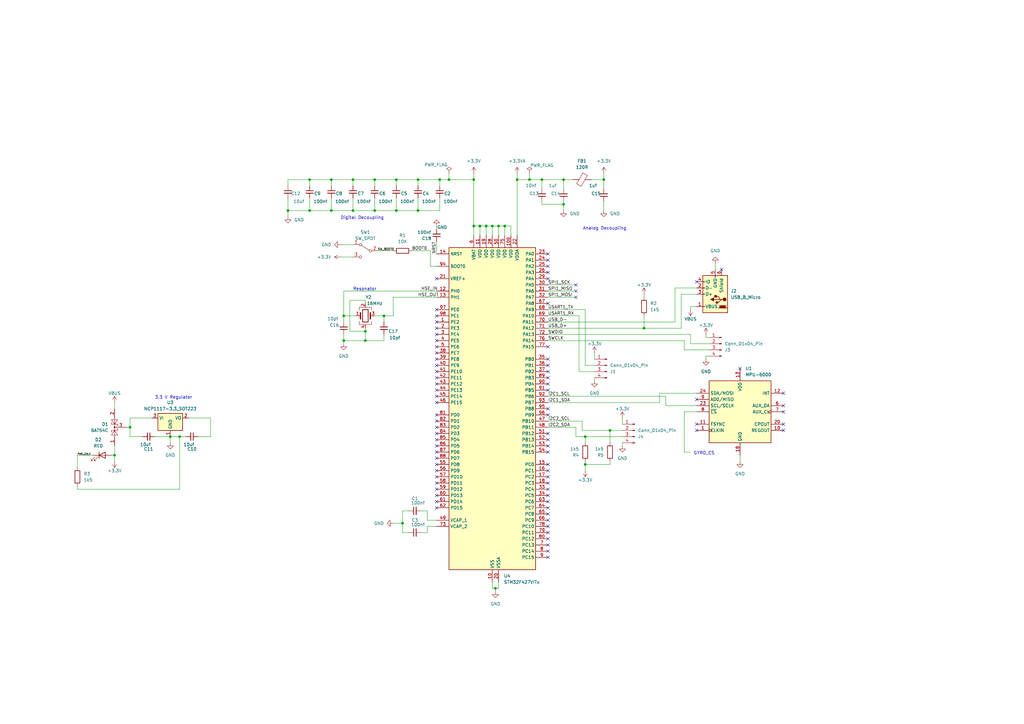
<source format=kicad_sch>
(kicad_sch (version 20231120) (generator "eeschema") (generator_version "8.0")
  (paper "A3")
  (title_block (title "Flight Controller") (date "2024-07-29") (rev "0.1"))
  (lib_symbols
    (symbol "Connector:Conn_01x04_Pin" (pin_names (offset 1.016) hide)
      (property "Reference" "J" (at 0 5.08 0))
      (property "Value" "Conn_01x04_Pin" (at 0 -7.62 0))
      (symbol "Conn_01x04_Pin_1_1"
        (polyline (pts (xy 1.27 -5.08) (xy 0.8636 -5.08)) (stroke (width 0.1524)))
        (polyline (pts (xy 1.27 -2.54) (xy 0.8636 -2.54)) (stroke (width 0.1524)))
        (polyline (pts (xy 1.27 0) (xy 0.8636 0)) (stroke (width 0.1524)))
        (polyline (pts (xy 1.27 2.54) (xy 0.8636 2.54)) (stroke (width 0.1524)))
        (rectangle (start 0.8636 -4.953) (end 0 -5.207) (stroke (width 0.1524)) (fill (type outline)))
        (rectangle (start 0.8636 -2.413) (end 0 -2.667) (stroke (width 0.1524)) (fill (type outline)))
        (rectangle (start 0.8636 0.127) (end 0 -0.127) (stroke (width 0.1524)) (fill (type outline)))
        (rectangle (start 0.8636 2.667) (end 0 2.413) (stroke (width 0.1524)) (fill (type outline)))
        (pin passive line (at 5.08 2.54 180) (length 3.81) (name "Pin_1") (number "1"))
        (pin passive line (at 5.08 0 180) (length 3.81) (name "Pin_2") (number "2"))
        (pin passive line (at 5.08 -2.54 180) (length 3.81) (name "Pin_3") (number "3"))
        (pin passive line (at 5.08 -5.08 180) (length 3.81) (name "Pin_4") (number "4"))
      )
    )
    (symbol "Connector:USB_B_Micro" (pin_names (offset 1.016))
      (property "Reference" "J" (at -5.08 11.43 0))
      (property "Value" "USB_B_Micro" (at -5.08 8.89 0))
      (symbol "USB_B_Micro_0_1"
        (rectangle (start -5.08 -7.62) (end 5.08 7.62) (stroke (width 0.254)) (fill (type background)))
        (circle (center -3.81 2.159) (radius 0.635) (stroke (width 0.254)) (fill (type outline)))
        (circle (center -0.635 3.429) (radius 0.381) (stroke (width 0.254)) (fill (type outline)))
        (rectangle (start -0.127 -7.62) (end 0.127 -6.858))
        (polyline (pts (xy -1.905 2.159) (xy 0.635 2.159)) (stroke (width 0.254)))
        (polyline (pts (xy -3.175 2.159) (xy -2.54 2.159) (xy -1.27 3.429) (xy -0.635 3.429)) (stroke (width 0.254)))
        (polyline (pts (xy -2.54 2.159) (xy -1.905 2.159) (xy -1.27 0.889) (xy 0 0.889)) (stroke (width 0.254)))
        (polyline (pts (xy 0.635 2.794) (xy 0.635 1.524) (xy 1.905 2.159) (xy 0.635 2.794)) (stroke (width 0.254)) (fill (type outline)))
        (polyline (pts (xy -4.318 5.588) (xy -1.778 5.588) (xy -2.032 4.826) (xy -4.064 4.826) (xy -4.318 5.588)) (fill (type outline)))
        (polyline (pts (xy -4.699 5.842) (xy -4.699 5.588) (xy -4.445 4.826) (xy -4.445 4.572) (xy -1.651 4.572) (xy -1.651 4.826) (xy -1.397 5.588) (xy -1.397 5.842) (xy -4.699 5.842)))
        (rectangle (start 0.254 1.27) (end -0.508 0.508) (stroke (width 0.254)) (fill (type outline)))
        (rectangle (start 5.08 -5.207) (end 4.318 -4.953))
        (rectangle (start 5.08 -2.667) (end 4.318 -2.413))
        (rectangle (start 5.08 -0.127) (end 4.318 0.127))
        (rectangle (start 5.08 4.953) (end 4.318 5.207))
      )
      (symbol "USB_B_Micro_1_1"
        (pin power_out line (at 7.62 5.08 180) (length 2.54) (name "VBUS") (number "1"))
        (pin bidirectional line (at 7.62 -2.54 180) (length 2.54) (name "D-") (number "2"))
        (pin bidirectional line (at 7.62 0 180) (length 2.54) (name "D+") (number "3"))
        (pin passive line (at 7.62 -5.08 180) (length 2.54) (name "ID") (number "4"))
        (pin power_out line (at 0 -10.16 90) (length 2.54) (name "GND") (number "5"))
        (pin passive line (at -2.54 -10.16 90) (length 2.54) (name "Shield") (number "6"))
      )
    )
    (symbol "Device:C_Small" (pin_numbers hide) (pin_names (offset 0.254) hide)
      (property "Reference" "C" (at 0.254 1.778 0))
      (property "Value" "C_Small" (at 0.254 -2.032 0))
      (symbol "C_Small_0_1"
        (polyline (pts (xy -1.524 -0.508) (xy 1.524 -0.508)) (stroke (width 0.3302)))
        (polyline (pts (xy -1.524 0.508) (xy 1.524 0.508)) (stroke (width 0.3048)))
      )
      (symbol "C_Small_1_1"
        (pin passive line (at 0 2.54 270) (length 2.032) (name "~") (number "1"))
        (pin passive line (at 0 -2.54 90) (length 2.032) (name "~") (number "2"))
      )
    )
    (symbol "Device:Crystal_GND24" (pin_names (offset 1.016) hide)
      (property "Reference" "Y" (at 3.175 5.08 0))
      (property "Value" "Crystal_GND24" (at 3.175 3.175 0))
      (symbol "Crystal_GND24_0_1"
        (rectangle (start -1.143 2.54) (end 1.143 -2.54) (stroke (width 0.3048)))
        (polyline (pts (xy -2.54 0) (xy -2.032 0)))
        (polyline (pts (xy -2.032 -1.27) (xy -2.032 1.27)) (stroke (width 0.508)))
        (polyline (pts (xy 0 -3.81) (xy 0 -3.556)))
        (polyline (pts (xy 0 3.556) (xy 0 3.81)))
        (polyline (pts (xy 2.032 -1.27) (xy 2.032 1.27)) (stroke (width 0.508)))
        (polyline (pts (xy 2.032 0) (xy 2.54 0)))
        (polyline (pts (xy -2.54 -2.286) (xy -2.54 -3.556) (xy 2.54 -3.556) (xy 2.54 -2.286)))
        (polyline (pts (xy -2.54 2.286) (xy -2.54 3.556) (xy 2.54 3.556) (xy 2.54 2.286)))
      )
      (symbol "Crystal_GND24_1_1"
        (pin passive line (at -3.81 0 0) (length 1.27) (name "1") (number "1"))
        (pin passive line (at 0 5.08 270) (length 1.27) (name "2") (number "2"))
        (pin passive line (at 3.81 0 180) (length 1.27) (name "3") (number "3"))
        (pin passive line (at 0 -5.08 90) (length 1.27) (name "4") (number "4"))
      )
    )
    (symbol "Device:FerriteBead" (pin_numbers hide) (pin_names (offset 0))
      (property "Reference" "FB" (at -3.81 0.635 90))
      (property "Value" "FerriteBead" (at 3.81 0 90))
      (symbol "FerriteBead_0_1"
        (polyline (pts (xy 0 -1.27) (xy 0 -1.2192)))
        (polyline (pts (xy 0 1.27) (xy 0 1.2954)))
        (polyline (pts (xy -2.7686 0.4064) (xy -1.7018 2.2606) (xy 2.7686 -0.3048) (xy 1.6764 -2.159) (xy -2.7686 0.4064)))
      )
      (symbol "FerriteBead_1_1"
        (pin passive line (at 0 3.81 270) (length 2.54) (name "~") (number "1"))
        (pin passive line (at 0 -3.81 90) (length 2.54) (name "~") (number "2"))
      )
    )
    (symbol "Device:LED" (pin_numbers hide) (pin_names (offset 1.016) hide)
      (property "Reference" "D" (at 0 2.54 0))
      (property "Value" "LED" (at 0 -2.54 0))
      (symbol "LED_0_1"
        (polyline (pts (xy -1.27 -1.27) (xy -1.27 1.27)) (stroke (width 0.254)))
        (polyline (pts (xy -1.27 0) (xy 1.27 0)))
        (polyline (pts (xy 1.27 -1.27) (xy 1.27 1.27) (xy -1.27 0) (xy 1.27 -1.27)) (stroke (width 0.254)))
        (polyline (pts (xy -3.048 -0.762) (xy -4.572 -2.286) (xy -3.81 -2.286) (xy -4.572 -2.286) (xy -4.572 -1.524)))
        (polyline (pts (xy -1.778 -0.762) (xy -3.302 -2.286) (xy -2.54 -2.286) (xy -3.302 -2.286) (xy -3.302 -1.524)))
      )
      (symbol "LED_1_1"
        (pin passive line (at -3.81 0 0) (length 2.54) (name "K") (number "1"))
        (pin passive line (at 3.81 0 180) (length 2.54) (name "A") (number "2"))
      )
    )
    (symbol "Device:R" (pin_numbers hide) (pin_names (offset 0))
      (property "Reference" "R" (at 2.032 0 90))
      (property "Value" "R" (at 0 0 90))
      (symbol "R_0_1"
        (rectangle (start -1.016 -2.54) (end 1.016 2.54) (stroke (width 0.254)))
      )
      (symbol "R_1_1"
        (pin passive line (at 0 3.81 270) (length 1.27) (name "~") (number "1"))
        (pin passive line (at 0 -3.81 90) (length 1.27) (name "~") (number "2"))
      )
    )
    (symbol "Diode:BAT54C" (pin_names (offset 1.016))
      (property "Reference" "D" (at 0.635 -3.81 0))
      (property "Value" "BAT54C" (at -6.35 3.175 0))
      (symbol "BAT54C_0_1"
        (polyline (pts (xy -1.905 0) (xy 1.905 0)))
        (polyline (pts (xy -1.905 1.27) (xy -1.905 1.016)))
        (polyline (pts (xy -1.27 -1.27) (xy -0.635 -1.27)))
        (polyline (pts (xy -1.27 0) (xy -3.81 0)))
        (polyline (pts (xy -1.27 1.27) (xy -1.905 1.27)))
        (polyline (pts (xy -1.27 1.27) (xy -1.27 -1.27)))
        (polyline (pts (xy -0.635 -1.27) (xy -0.635 -1.016)))
        (polyline (pts (xy 0.635 -1.27) (xy 0.635 -1.016)))
        (polyline (pts (xy 1.27 -1.27) (xy 0.635 -1.27)))
        (polyline (pts (xy 1.27 1.27) (xy 1.27 -1.27)))
        (polyline (pts (xy 1.27 1.27) (xy 1.905 1.27)))
        (polyline (pts (xy 1.905 1.27) (xy 1.905 1.016)))
        (polyline (pts (xy 3.81 0) (xy 1.27 0)))
        (polyline (pts (xy -3.175 -1.27) (xy -3.175 1.27) (xy -1.27 0) (xy -3.175 -1.27)))
        (polyline (pts (xy 3.175 -1.27) (xy 3.175 1.27) (xy 1.27 0) (xy 3.175 -1.27)))
        (circle (center 0 0) (radius 0.254) (fill (type outline)))
      )
      (symbol "BAT54C_1_1"
        (pin passive line (at -7.62 0 0) (length 3.81) (name "~") (number "1"))
        (pin passive line (at 7.62 0 180) (length 3.81) (name "~") (number "2"))
        (pin passive line (at 0 -5.08 90) (length 5.08) (name "~") (number "3"))
      )
    )
    (symbol "GND_1" (power) (pin_numbers hide) (pin_names (offset 0) hide)
      (property "Value" "GND_1" (at 0 -3.81 0))
      (symbol "GND_1_0_1"
        (polyline (pts (xy 0 0) (xy 0 -1.27) (xy 1.27 -1.27) (xy 0 -2.54) (xy -1.27 -1.27) (xy 0 -1.27)))
      )
      (symbol "GND_1_1_1"
        (pin power_in line (at 0 0 270) (length 0) hide (name "GND") (number "1"))
      )
    )
    (symbol "GND_2" (power) (pin_numbers hide) (pin_names (offset 0) hide)
      (property "Value" "GND_2" (at 0 -3.81 0))
      (symbol "GND_2_0_1"
        (polyline (pts (xy 0 0) (xy 0 -1.27) (xy 1.27 -1.27) (xy 0 -2.54) (xy -1.27 -1.27) (xy 0 -1.27)))
      )
      (symbol "GND_2_1_1"
        (pin power_in line (at 0 0 270) (length 0) hide (name "GND") (number "1"))
      )
    )
    (symbol "GND_3" (power) (pin_numbers hide) (pin_names (offset 0) hide)
      (property "Value" "GND_3" (at 0 -3.81 0))
      (symbol "GND_3_0_1"
        (polyline (pts (xy 0 0) (xy 0 -1.27) (xy 1.27 -1.27) (xy 0 -2.54) (xy -1.27 -1.27) (xy 0 -1.27)))
      )
      (symbol "GND_3_1_1"
        (pin power_in line (at 0 0 270) (length 0) hide (name "GND") (number "1"))
      )
    )
    (symbol "GND_4" (power) (pin_numbers hide) (pin_names (offset 0) hide)
      (property "Value" "GND_4" (at 0 -3.81 0))
      (symbol "GND_4_0_1"
        (polyline (pts (xy 0 0) (xy 0 -1.27) (xy 1.27 -1.27) (xy 0 -2.54) (xy -1.27 -1.27) (xy 0 -1.27)))
      )
      (symbol "GND_4_1_1"
        (pin power_in line (at 0 0 270) (length 0) hide (name "GND") (number "1"))
      )
    )
    (symbol "GND_5" (power) (pin_numbers hide) (pin_names (offset 0) hide)
      (property "Value" "GND_5" (at 0 -3.81 0))
      (symbol "GND_5_0_1"
        (polyline (pts (xy 0 0) (xy 0 -1.27) (xy 1.27 -1.27) (xy 0 -2.54) (xy -1.27 -1.27) (xy 0 -1.27)))
      )
      (symbol "GND_5_1_1"
        (pin power_in line (at 0 0 270) (length 0) hide (name "GND") (number "1"))
      )
    )
    (symbol "GND_6" (power) (pin_numbers hide) (pin_names (offset 0) hide)
      (property "Value" "GND_6" (at 0 -3.81 0))
      (symbol "GND_6_0_1"
        (polyline (pts (xy 0 0) (xy 0 -1.27) (xy 1.27 -1.27) (xy 0 -2.54) (xy -1.27 -1.27) (xy 0 -1.27)))
      )
      (symbol "GND_6_1_1"
        (pin power_in line (at 0 0 270) (length 0) hide (name "GND") (number "1"))
      )
    )
    (symbol "MCU_ST_STM32F4:STM32F427VITx"
      (property "Reference" "U" (at -17.78 67.31 0))
      (property "Value" "STM32F427VITx" (at 12.7 67.31 0))
      (symbol "STM32F427VITx_0_1"
        (rectangle (start -17.78 -66.04) (end 17.78 66.04) (stroke (width 0.254)) (fill (type background)))
      )
      (symbol "STM32F427VITx_1_1"
        (pin bidirectional line (at -22.86 35.56 0) (length 5.08) (name "PE2") (number "1"))
        (pin power_in line (at 0 -71.12 90) (length 5.08) (name "VSS") (number "10"))
        (pin power_in line (at 7.62 71.12 270) (length 5.08) (name "VDD") (number "100"))
        (pin power_in line (at -5.08 71.12 270) (length 5.08) (name "VDD") (number "11"))
        (pin bidirectional line (at -22.86 48.26 0) (length 5.08) (name "PH0") (number "12"))
        (pin bidirectional line (at -22.86 45.72 0) (length 5.08) (name "PH1") (number "13"))
        (pin input line (at -22.86 63.5 0) (length 5.08) (name "NRST") (number "14"))
        (pin bidirectional line (at 22.86 -22.86 180) (length 5.08) (name "PC0") (number "15"))
        (pin bidirectional line (at 22.86 -25.4 180) (length 5.08) (name "PC1") (number "16"))
        (pin bidirectional line (at 22.86 -27.94 180) (length 5.08) (name "PC2") (number "17"))
        (pin bidirectional line (at 22.86 -30.48 180) (length 5.08) (name "PC3") (number "18"))
        (pin power_in line (at -2.54 71.12 270) (length 5.08) (name "VDD") (number "19"))
        (pin bidirectional line (at -22.86 33.02 0) (length 5.08) (name "PE3") (number "2"))
        (pin power_in line (at 2.54 -71.12 90) (length 5.08) (name "VSSA") (number "20"))
        (pin input line (at -22.86 53.34 0) (length 5.08) (name "VREF+") (number "21"))
        (pin power_in line (at 10.16 71.12 270) (length 5.08) (name "VDDA") (number "22"))
        (pin bidirectional line (at 22.86 63.5 180) (length 5.08) (name "PA0") (number "23"))
        (pin bidirectional line (at 22.86 60.96 180) (length 5.08) (name "PA1") (number "24"))
        (pin bidirectional line (at 22.86 58.42 180) (length 5.08) (name "PA2") (number "25"))
        (pin bidirectional line (at 22.86 55.88 180) (length 5.08) (name "PA3") (number "26"))
        (pin passive line (at 0 -71.12 90) (length 5.08) hide (name "VSS") (number "27"))
        (pin power_in line (at 0 71.12 270) (length 5.08) (name "VDD") (number "28"))
        (pin bidirectional line (at 22.86 53.34 180) (length 5.08) (name "PA4") (number "29"))
        (pin bidirectional line (at -22.86 30.48 0) (length 5.08) (name "PE4") (number "3"))
        (pin bidirectional line (at 22.86 50.8 180) (length 5.08) (name "PA5") (number "30"))
        (pin bidirectional line (at 22.86 48.26 180) (length 5.08) (name "PA6") (number "31"))
        (pin bidirectional line (at 22.86 45.72 180) (length 5.08) (name "PA7") (number "32"))
        (pin bidirectional line (at 22.86 -33.02 180) (length 5.08) (name "PC4") (number "33"))
        (pin bidirectional line (at 22.86 -35.56 180) (length 5.08) (name "PC5") (number "34"))
        (pin bidirectional line (at 22.86 20.32 180) (length 5.08) (name "PB0") (number "35"))
        (pin bidirectional line (at 22.86 17.78 180) (length 5.08) (name "PB1") (number "36"))
        (pin bidirectional line (at 22.86 15.24 180) (length 5.08) (name "PB2") (number "37"))
        (pin bidirectional line (at -22.86 22.86 0) (length 5.08) (name "PE7") (number "38"))
        (pin bidirectional line (at -22.86 20.32 0) (length 5.08) (name "PE8") (number "39"))
        (pin bidirectional line (at -22.86 27.94 0) (length 5.08) (name "PE5") (number "4"))
        (pin bidirectional line (at -22.86 17.78 0) (length 5.08) (name "PE9") (number "40"))
        (pin bidirectional line (at -22.86 15.24 0) (length 5.08) (name "PE10") (number "41"))
        (pin bidirectional line (at -22.86 12.7 0) (length 5.08) (name "PE11") (number "42"))
        (pin bidirectional line (at -22.86 10.16 0) (length 5.08) (name "PE12") (number "43"))
        (pin bidirectional line (at -22.86 7.62 0) (length 5.08) (name "PE13") (number "44"))
        (pin bidirectional line (at -22.86 5.08 0) (length 5.08) (name "PE14") (number "45"))
        (pin bidirectional line (at -22.86 2.54 0) (length 5.08) (name "PE15") (number "46"))
        (pin bidirectional line (at 22.86 -5.08 180) (length 5.08) (name "PB10") (number "47"))
        (pin bidirectional line (at 22.86 -7.62 180) (length 5.08) (name "PB11") (number "48"))
        (pin power_out line (at -22.86 -45.72 0) (length 5.08) (name "VCAP_1") (number "49"))
        (pin bidirectional line (at -22.86 25.4 0) (length 5.08) (name "PE6") (number "5"))
        (pin power_in line (at 2.54 71.12 270) (length 5.08) (name "VDD") (number "50"))
        (pin bidirectional line (at 22.86 -10.16 180) (length 5.08) (name "PB12") (number "51"))
        (pin bidirectional line (at 22.86 -12.7 180) (length 5.08) (name "PB13") (number "52"))
        (pin bidirectional line (at 22.86 -15.24 180) (length 5.08) (name "PB14") (number "53"))
        (pin bidirectional line (at 22.86 -17.78 180) (length 5.08) (name "PB15") (number "54"))
        (pin bidirectional line (at -22.86 -22.86 0) (length 5.08) (name "PD8") (number "55"))
        (pin bidirectional line (at -22.86 -25.4 0) (length 5.08) (name "PD9") (number "56"))
        (pin bidirectional line (at -22.86 -27.94 0) (length 5.08) (name "PD10") (number "57"))
        (pin bidirectional line (at -22.86 -30.48 0) (length 5.08) (name "PD11") (number "58"))
        (pin bidirectional line (at -22.86 -33.02 0) (length 5.08) (name "PD12") (number "59"))
        (pin power_in line (at -7.62 71.12 270) (length 5.08) (name "VBAT") (number "6"))
        (pin bidirectional line (at -22.86 -35.56 0) (length 5.08) (name "PD13") (number "60"))
        (pin bidirectional line (at -22.86 -38.1 0) (length 5.08) (name "PD14") (number "61"))
        (pin bidirectional line (at -22.86 -40.64 0) (length 5.08) (name "PD15") (number "62"))
        (pin bidirectional line (at 22.86 -38.1 180) (length 5.08) (name "PC6") (number "63"))
        (pin bidirectional line (at 22.86 -40.64 180) (length 5.08) (name "PC7") (number "64"))
        (pin bidirectional line (at 22.86 -43.18 180) (length 5.08) (name "PC8") (number "65"))
        (pin bidirectional line (at 22.86 -45.72 180) (length 5.08) (name "PC9") (number "66"))
        (pin bidirectional line (at 22.86 43.18 180) (length 5.08) (name "PA8") (number "67"))
        (pin bidirectional line (at 22.86 40.64 180) (length 5.08) (name "PA9") (number "68"))
        (pin bidirectional line (at 22.86 38.1 180) (length 5.08) (name "PA10") (number "69"))
        (pin bidirectional line (at 22.86 -55.88 180) (length 5.08) (name "PC13") (number "7"))
        (pin bidirectional line (at 22.86 35.56 180) (length 5.08) (name "PA11") (number "70"))
        (pin bidirectional line (at 22.86 33.02 180) (length 5.08) (name "PA12") (number "71"))
        (pin bidirectional line (at 22.86 30.48 180) (length 5.08) (name "PA13") (number "72"))
        (pin power_out line (at -22.86 -48.26 0) (length 5.08) (name "VCAP_2") (number "73"))
        (pin passive line (at 0 -71.12 90) (length 5.08) hide (name "VSS") (number "74"))
        (pin power_in line (at 5.08 71.12 270) (length 5.08) (name "VDD") (number "75"))
        (pin bidirectional line (at 22.86 27.94 180) (length 5.08) (name "PA14") (number "76"))
        (pin bidirectional line (at 22.86 25.4 180) (length 5.08) (name "PA15") (number "77"))
        (pin bidirectional line (at 22.86 -48.26 180) (length 5.08) (name "PC10") (number "78"))
        (pin bidirectional line (at 22.86 -50.8 180) (length 5.08) (name "PC11") (number "79"))
        (pin bidirectional line (at 22.86 -58.42 180) (length 5.08) (name "PC14") (number "8"))
        (pin bidirectional line (at 22.86 -53.34 180) (length 5.08) (name "PC12") (number "80"))
        (pin bidirectional line (at -22.86 -2.54 0) (length 5.08) (name "PD0") (number "81"))
        (pin bidirectional line (at -22.86 -5.08 0) (length 5.08) (name "PD1") (number "82"))
        (pin bidirectional line (at -22.86 -7.62 0) (length 5.08) (name "PD2") (number "83"))
        (pin bidirectional line (at -22.86 -10.16 0) (length 5.08) (name "PD3") (number "84"))
        (pin bidirectional line (at -22.86 -12.7 0) (length 5.08) (name "PD4") (number "85"))
        (pin bidirectional line (at -22.86 -15.24 0) (length 5.08) (name "PD5") (number "86"))
        (pin bidirectional line (at -22.86 -17.78 0) (length 5.08) (name "PD6") (number "87"))
        (pin bidirectional line (at -22.86 -20.32 0) (length 5.08) (name "PD7") (number "88"))
        (pin bidirectional line (at 22.86 12.7 180) (length 5.08) (name "PB3") (number "89"))
        (pin bidirectional line (at 22.86 -60.96 180) (length 5.08) (name "PC15") (number "9"))
        (pin bidirectional line (at 22.86 10.16 180) (length 5.08) (name "PB4") (number "90"))
        (pin bidirectional line (at 22.86 7.62 180) (length 5.08) (name "PB5") (number "91"))
        (pin bidirectional line (at 22.86 5.08 180) (length 5.08) (name "PB6") (number "92"))
        (pin bidirectional line (at 22.86 2.54 180) (length 5.08) (name "PB7") (number "93"))
        (pin input line (at -22.86 58.42 0) (length 5.08) (name "BOOT0") (number "94"))
        (pin bidirectional line (at 22.86 0 180) (length 5.08) (name "PB8") (number "95"))
        (pin bidirectional line (at 22.86 -2.54 180) (length 5.08) (name "PB9") (number "96"))
        (pin bidirectional line (at -22.86 40.64 0) (length 5.08) (name "PE0") (number "97"))
        (pin bidirectional line (at -22.86 38.1 0) (length 5.08) (name "PE1") (number "98"))
        (pin passive line (at 0 -71.12 90) (length 5.08) hide (name "VSS") (number "99"))
      )
    )
    (symbol "Regulator_Linear:NCP1117-3.3_SOT223"
      (property "Reference" "U" (at -3.81 3.175 0))
      (property "Value" "NCP1117-3.3_SOT223" (at 0 3.175 0))
      (symbol "NCP1117-3.3_SOT223_0_1"
        (rectangle (start -5.08 -5.08) (end 5.08 1.905) (stroke (width 0.254)) (fill (type background)))
      )
      (symbol "NCP1117-3.3_SOT223_1_1"
        (pin power_in line (at 0 -7.62 90) (length 2.54) (name "GND") (number "1"))
        (pin power_out line (at 7.62 0 180) (length 2.54) (name "VO") (number "2"))
        (pin power_in line (at -7.62 0 0) (length 2.54) (name "VI") (number "3"))
      )
    )
    (symbol "Sensor_Motion:MPU-6000"
      (property "Reference" "U" (at -11.43 13.97 0))
      (property "Value" "MPU-6000" (at 7.62 -13.97 0))
      (symbol "MPU-6000_0_1"
        (rectangle (start -12.7 12.7) (end 12.7 -12.7) (stroke (width 0.254)) (fill (type background)))
      )
      (symbol "MPU-6000_1_1"
        (pin input clock (at -17.78 -7.62 0) (length 5.08) (name "CLKIN") (number "1"))
        (pin passive line (at 17.78 -7.62 180) (length 5.08) (name "REGOUT") (number "10"))
        (pin input line (at -17.78 -5.08 0) (length 5.08) (name "FSYNC") (number "11"))
        (pin output line (at 17.78 7.62 180) (length 5.08) (name "INT") (number "12"))
        (pin power_in line (at 0 17.78 270) (length 5.08) (name "VDD") (number "13"))
        (pin power_in line (at 0 -17.78 90) (length 5.08) (name "GND") (number "18"))
        (pin passive line (at 17.78 -5.08 180) (length 5.08) (name "CPOUT") (number "20"))
        (pin input line (at -17.78 2.54 0) (length 5.08) (name "SCL/SCLK") (number "23"))
        (pin bidirectional line (at -17.78 7.62 0) (length 5.08) (name "SDA/MOSI") (number "24"))
        (pin bidirectional line (at 17.78 2.54 180) (length 5.08) (name "AUX_DA") (number "6"))
        (pin output clock (at 17.78 0 180) (length 5.08) (name "AUX_CL") (number "7"))
        (pin input line (at -17.78 0 0) (length 5.08) (name "~{CS}") (number "8"))
        (pin bidirectional line (at -17.78 5.08 0) (length 5.08) (name "AD0/MISO") (number "9"))
      )
    )
    (symbol "Switch:SW_SPDT" (pin_names (offset 0) hide)
      (property "Reference" "SW" (at 0 4.318 0))
      (property "Value" "SW_SPDT" (at 0 -5.08 0))
      (symbol "SW_SPDT_0_0"
        (circle (center -2.032 0) (radius 0.508))
        (circle (center 2.032 -2.54) (radius 0.508))
      )
      (symbol "SW_SPDT_0_1"
        (polyline (pts (xy -1.524 0.254) (xy 1.651 2.286)))
        (circle (center 2.032 2.54) (radius 0.508))
      )
      (symbol "SW_SPDT_1_1"
        (pin passive line (at 5.08 2.54 180) (length 2.54) (name "A") (number "1"))
        (pin passive line (at -5.08 0 0) (length 2.54) (name "B") (number "2"))
        (pin passive line (at 5.08 -2.54 180) (length 2.54) (name "C") (number "3"))
      )
    )
    (symbol "power:+3.3V" (power) (pin_numbers hide) (pin_names (offset 0) hide)
      (property "Value" "+3.3V" (at 0 3.556 0))
      (symbol "+3.3V_0_1"
        (polyline (pts (xy -0.762 1.27) (xy 0 2.54)))
        (polyline (pts (xy 0 0) (xy 0 2.54)))
        (polyline (pts (xy 0 2.54) (xy 0.762 1.27)))
      )
      (symbol "+3.3V_1_1"
        (pin power_in line (at 0 0 90) (length 0) hide (name "+3.3V") (number "1"))
      )
    )
    (symbol "power:+3.3VA" (power) (pin_numbers hide) (pin_names (offset 0) hide)
      (property "Value" "+3.3VA" (at 0 3.556 0))
      (symbol "+3.3VA_0_1"
        (polyline (pts (xy -0.762 1.27) (xy 0 2.54)))
        (polyline (pts (xy 0 0) (xy 0 2.54)))
        (polyline (pts (xy 0 2.54) (xy 0.762 1.27)))
      )
      (symbol "+3.3VA_1_1"
        (pin power_in line (at 0 0 90) (length 0) hide (name "+3.3VA") (number "1"))
      )
    )
    (symbol "power:GND" (power) (pin_numbers hide) (pin_names (offset 0) hide)
      (property "Value" "GND" (at 0 -3.81 0))
      (symbol "GND_0_1"
        (polyline (pts (xy 0 0) (xy 0 -1.27) (xy 1.27 -1.27) (xy 0 -2.54) (xy -1.27 -1.27) (xy 0 -1.27)))
      )
      (symbol "GND_1_1"
        (pin power_in line (at 0 0 270) (length 0) hide (name "GND") (number "1"))
      )
    )
    (symbol "power:PWR_FLAG" (power) (pin_numbers hide) (pin_names (offset 0) hide)
      (property "Value" "PWR_FLAG" (at 0 3.81 0))
      (symbol "PWR_FLAG_0_0"
        (pin power_out line (at 0 0 90) (length 0) (name "~") (number "1"))
      )
      (symbol "PWR_FLAG_0_1"
        (polyline (pts (xy 0 0) (xy 0 1.27) (xy -1.016 1.905) (xy 0 2.54) (xy 1.016 1.905) (xy 0 1.27)))
      )
    )
    (symbol "power:VBUS" (power) (pin_numbers hide) (pin_names (offset 0) hide)
      (property "Value" "VBUS" (at 0 3.81 0))
      (symbol "VBUS_0_1"
        (polyline (pts (xy -0.762 1.27) (xy 0 2.54)))
        (polyline (pts (xy 0 0) (xy 0 2.54)))
        (polyline (pts (xy 0 2.54) (xy 0.762 1.27)))
      )
      (symbol "VBUS_1_1"
        (pin power_in line (at 0 0 90) (length 0) hide (name "VBUS") (number "1"))
      )
    )
  )
  (junction (at 162.56 86.36))
  (junction (at 140.97 139.7))
  (junction (at 118.11 86.36))
  (junction (at 264.16 134.62))
  (junction (at 196.85 92.71))
  (junction (at 171.45 73.66))
  (junction (at 180.34 73.66))
  (junction (at 73.66 179.07))
  (junction (at 157.48 129.54))
  (junction (at 212.09 73.66))
  (junction (at 203.2 241.3))
  (junction (at 53.34 175.26))
  (junction (at 144.78 73.66))
  (junction (at 149.86 135.89))
  (junction (at 127 73.66))
  (junction (at 222.25 73.66))
  (junction (at 217.17 73.66))
  (junction (at 140.97 129.54))
  (junction (at 165.1 214.63))
  (junction (at 46.99 186.69))
  (junction (at 199.39 92.71))
  (junction (at 127 86.36))
  (junction (at 153.67 86.36))
  (junction (at 240.03 190.5))
  (junction (at 171.45 86.36))
  (junction (at 204.47 92.71))
  (junction (at 240.03 179.07))
  (junction (at 207.01 92.71))
  (junction (at 184.15 73.66))
  (junction (at 135.89 86.36))
  (junction (at 247.65 73.66))
  (junction (at 201.93 92.71))
  (junction (at 162.56 73.66))
  (junction (at 144.78 86.36))
  (junction (at 149.86 139.7))
  (junction (at 250.19 176.53))
  (junction (at 135.89 73.66))
  (junction (at 69.85 179.07))
  (junction (at 194.31 92.71))
  (junction (at 153.67 73.66))
  (junction (at 231.14 83.82))
  (junction (at 231.14 73.66))
  (junction (at 194.31 73.66))
  (no_connect (at 224.79 152.4))
  (no_connect (at 303.53 151.13))
  (no_connect (at 321.31 161.29))
  (no_connect (at 179.07 160.02))
  (no_connect (at 224.79 205.74))
  (no_connect (at 224.79 104.14))
  (no_connect (at 179.07 195.58))
  (no_connect (at 285.75 163.83))
  (no_connect (at 285.75 115.57))
  (no_connect (at 224.79 170.18))
  (no_connect (at 224.79 226.06))
  (no_connect (at 179.07 157.48))
  (no_connect (at 224.79 185.42))
  (no_connect (at 224.79 228.6))
  (no_connect (at 179.07 144.78))
  (no_connect (at 224.79 177.8))
  (no_connect (at 179.07 198.12))
  (no_connect (at 224.79 180.34))
  (no_connect (at 224.79 114.3))
  (no_connect (at 236.22 121.92))
  (no_connect (at 179.07 134.62))
  (no_connect (at 224.79 182.88))
  (no_connect (at 224.79 220.98))
  (no_connect (at 179.07 170.18))
  (no_connect (at 179.07 165.1))
  (no_connect (at 179.07 177.8))
  (no_connect (at 224.79 109.22))
  (no_connect (at 224.79 210.82))
  (no_connect (at 236.22 116.84))
  (no_connect (at 179.07 149.86))
  (no_connect (at 295.91 110.49))
  (no_connect (at 179.07 190.5))
  (no_connect (at 236.22 119.38))
  (no_connect (at 224.79 215.9))
  (no_connect (at 179.07 182.88))
  (no_connect (at 224.79 198.12))
  (no_connect (at 179.07 193.04))
  (no_connect (at 179.07 154.94))
  (no_connect (at 179.07 129.54))
  (no_connect (at 285.75 173.99))
  (no_connect (at 224.79 193.04))
  (no_connect (at 224.79 160.02))
  (no_connect (at 224.79 195.58))
  (no_connect (at 224.79 147.32))
  (no_connect (at 224.79 218.44))
  (no_connect (at 179.07 175.26))
  (no_connect (at 179.07 132.08))
  (no_connect (at 321.31 176.53))
  (no_connect (at 179.07 152.4))
  (no_connect (at 224.79 167.64))
  (no_connect (at 179.07 200.66))
  (no_connect (at 321.31 166.37))
  (no_connect (at 224.79 157.48))
  (no_connect (at 179.07 187.96))
  (no_connect (at 224.79 208.28))
  (no_connect (at 224.79 124.46))
  (no_connect (at 224.79 142.24))
  (no_connect (at 179.07 127))
  (no_connect (at 179.07 147.32))
  (no_connect (at 224.79 223.52))
  (no_connect (at 179.07 205.74))
  (no_connect (at 321.31 173.99))
  (no_connect (at 179.07 185.42))
  (no_connect (at 179.07 203.2))
  (no_connect (at 179.07 208.28))
  (no_connect (at 179.07 137.16))
  (no_connect (at 224.79 203.2))
  (no_connect (at 224.79 213.36))
  (no_connect (at 224.79 200.66))
  (no_connect (at 224.79 149.86))
  (no_connect (at 321.31 168.91))
  (no_connect (at 179.07 139.7))
  (no_connect (at 179.07 114.3))
  (no_connect (at 224.79 154.94))
  (no_connect (at 179.07 162.56))
  (no_connect (at 179.07 172.72))
  (no_connect (at 179.07 142.24))
  (no_connect (at 285.75 176.53))
  (no_connect (at 179.07 180.34))
  (no_connect (at 224.79 106.68))
  (no_connect (at 224.79 111.76))
  (no_connect (at 224.79 190.5))
  (wire (pts (xy 224.79 134.62) (xy 264.16 134.62)))
  (wire (pts (xy 53.34 179.07) (xy 53.34 175.26)))
  (wire (pts (xy 231.14 83.82) (xy 231.14 86.36)))
  (wire (pts (xy 140.97 129.54) (xy 146.05 129.54)))
  (wire (pts (xy 73.66 179.07) (xy 76.2 179.07)))
  (wire (pts (xy 180.34 81.28) (xy 180.34 86.36)))
  (wire (pts (xy 207.01 92.71) (xy 204.47 92.71)))
  (wire (pts (xy 212.09 73.66) (xy 217.17 73.66)))
  (wire (pts (xy 224.79 121.92) (xy 236.22 121.92)))
  (wire (pts (xy 46.99 182.88) (xy 46.99 186.69)))
  (wire (pts (xy 237.49 152.4) (xy 243.84 152.4)))
  (wire (pts (xy 179.07 109.22) (xy 176.53 109.22)))
  (wire (pts (xy 201.93 241.3) (xy 203.2 241.3)))
  (wire (pts (xy 255.27 181.61) (xy 255.27 182.88)))
  (wire (pts (xy 243.84 154.94) (xy 243.84 156.21)))
  (wire (pts (xy 171.45 76.2) (xy 171.45 73.66)))
  (wire (pts (xy 31.75 200.66) (xy 73.66 200.66)))
  (wire (pts (xy 176.53 109.22) (xy 176.53 102.87)))
  (wire (pts (xy 236.22 179.07) (xy 240.03 179.07)))
  (wire (pts (xy 240.03 127) (xy 240.03 149.86)))
  (wire (pts (xy 204.47 92.71) (xy 204.47 96.52)))
  (wire (pts (xy 224.79 132.08) (xy 276.86 132.08)))
  (wire (pts (xy 157.48 129.54) (xy 157.48 132.08)))
  (wire (pts (xy 276.86 118.11) (xy 276.86 132.08)))
  (wire (pts (xy 194.31 71.12) (xy 194.31 73.66)))
  (wire (pts (xy 303.53 189.23) (xy 303.53 186.69)))
  (wire (pts (xy 240.03 179.07) (xy 240.03 181.61)))
  (wire (pts (xy 270.51 161.29) (xy 285.75 161.29)))
  (wire (pts (xy 285.75 168.91) (xy 280.67 168.91)))
  (wire (pts (xy 46.99 165.1) (xy 46.99 167.64)))
  (wire (pts (xy 224.79 162.56) (xy 273.05 162.56)))
  (wire (pts (xy 240.03 179.07) (xy 255.27 179.07)))
  (wire (pts (xy 153.67 73.66) (xy 144.78 73.66)))
  (wire (pts (xy 86.36 171.45) (xy 86.36 179.07)))
  (wire (pts (xy 31.75 200.66) (xy 31.75 199.39)))
  (wire (pts (xy 149.86 135.89) (xy 149.86 139.7)))
  (wire (pts (xy 143.51 123.19) (xy 143.51 135.89)))
  (wire (pts (xy 199.39 92.71) (xy 196.85 92.71)))
  (wire (pts (xy 127 73.66) (xy 118.11 73.66)))
  (wire (pts (xy 180.34 73.66) (xy 171.45 73.66)))
  (wire (pts (xy 199.39 92.71) (xy 199.39 96.52)))
  (wire (pts (xy 167.64 209.55) (xy 165.1 209.55)))
  (wire (pts (xy 161.29 129.54) (xy 161.29 121.92)))
  (wire (pts (xy 264.16 134.62) (xy 279.4 134.62)))
  (wire (pts (xy 127 81.28) (xy 127 86.36)))
  (wire (pts (xy 289.56 147.32) (xy 289.56 146.05)))
  (wire (pts (xy 201.93 92.71) (xy 199.39 92.71)))
  (wire (pts (xy 240.03 190.5) (xy 250.19 190.5)))
  (wire (pts (xy 175.26 213.36) (xy 175.26 209.55)))
  (wire (pts (xy 53.34 171.45) (xy 62.23 171.45)))
  (wire (pts (xy 280.67 168.91) (xy 280.67 185.42)))
  (wire (pts (xy 289.56 137.16) (xy 289.56 138.43)))
  (wire (pts (xy 153.67 129.54) (xy 157.48 129.54)))
  (wire (pts (xy 231.14 73.66) (xy 222.25 73.66)))
  (wire (pts (xy 196.85 92.71) (xy 196.85 96.52)))
  (wire (pts (xy 247.65 71.12) (xy 247.65 73.66)))
  (wire (pts (xy 184.15 71.12) (xy 184.15 73.66)))
  (wire (pts (xy 240.03 149.86) (xy 243.84 149.86)))
  (wire (pts (xy 53.34 175.26) (xy 53.34 171.45)))
  (wire (pts (xy 283.21 140.97) (xy 290.83 140.97)))
  (wire (pts (xy 276.86 118.11) (xy 285.75 118.11)))
  (wire (pts (xy 204.47 241.3) (xy 204.47 238.76)))
  (wire (pts (xy 224.79 119.38) (xy 236.22 119.38)))
  (wire (pts (xy 144.78 86.36) (xy 153.67 86.36)))
  (wire (pts (xy 162.56 86.36) (xy 171.45 86.36)))
  (wire (pts (xy 175.26 215.9) (xy 175.26 218.44)))
  (wire (pts (xy 289.56 138.43) (xy 290.83 138.43)))
  (wire (pts (xy 46.99 186.69) (xy 46.99 189.23)))
  (wire (pts (xy 73.66 200.66) (xy 73.66 179.07)))
  (wire (pts (xy 237.49 129.54) (xy 237.49 152.4)))
  (wire (pts (xy 204.47 92.71) (xy 201.93 92.71)))
  (wire (pts (xy 171.45 86.36) (xy 180.34 86.36)))
  (wire (pts (xy 201.93 92.71) (xy 201.93 96.52)))
  (wire (pts (xy 53.34 179.07) (xy 58.42 179.07)))
  (wire (pts (xy 162.56 86.36) (xy 162.56 81.28)))
  (wire (pts (xy 135.89 86.36) (xy 144.78 86.36)))
  (wire (pts (xy 209.55 92.71) (xy 207.01 92.71)))
  (wire (pts (xy 285.75 125.73) (xy 283.21 125.73)))
  (wire (pts (xy 154.94 102.87) (xy 161.29 102.87)))
  (wire (pts (xy 264.16 120.65) (xy 264.16 121.92)))
  (wire (pts (xy 161.29 214.63) (xy 165.1 214.63)))
  (wire (pts (xy 212.09 71.12) (xy 212.09 73.66)))
  (wire (pts (xy 279.4 120.65) (xy 279.4 134.62)))
  (wire (pts (xy 224.79 137.16) (xy 283.21 137.16)))
  (wire (pts (xy 86.36 171.45) (xy 77.47 171.45)))
  (wire (pts (xy 176.53 102.87) (xy 168.91 102.87)))
  (wire (pts (xy 224.79 172.72) (xy 238.76 172.72)))
  (wire (pts (xy 135.89 76.2) (xy 135.89 73.66)))
  (wire (pts (xy 140.97 129.54) (xy 140.97 119.38)))
  (wire (pts (xy 255.27 171.45) (xy 255.27 173.99)))
  (wire (pts (xy 140.97 132.08) (xy 140.97 129.54)))
  (wire (pts (xy 135.89 73.66) (xy 127 73.66)))
  (wire (pts (xy 149.86 124.46) (xy 149.86 123.19)))
  (wire (pts (xy 171.45 73.66) (xy 162.56 73.66)))
  (wire (pts (xy 289.56 146.05) (xy 290.83 146.05)))
  (wire (pts (xy 153.67 86.36) (xy 153.67 81.28)))
  (wire (pts (xy 179.07 99.06) (xy 179.07 104.14)))
  (wire (pts (xy 118.11 81.28) (xy 118.11 86.36)))
  (wire (pts (xy 203.2 241.3) (xy 204.47 241.3)))
  (wire (pts (xy 140.97 139.7) (xy 140.97 140.97)))
  (wire (pts (xy 280.67 143.51) (xy 290.83 143.51)))
  (wire (pts (xy 250.19 190.5) (xy 250.19 189.23)))
  (wire (pts (xy 69.85 179.07) (xy 69.85 181.61)))
  (wire (pts (xy 285.75 166.37) (xy 273.05 166.37)))
  (wire (pts (xy 127 76.2) (xy 127 73.66)))
  (wire (pts (xy 144.78 86.36) (xy 144.78 81.28)))
  (wire (pts (xy 280.67 139.7) (xy 280.67 143.51)))
  (wire (pts (xy 238.76 176.53) (xy 250.19 176.53)))
  (wire (pts (xy 203.2 241.3) (xy 203.2 242.57)))
  (wire (pts (xy 293.37 107.95) (xy 293.37 110.49)))
  (wire (pts (xy 118.11 86.36) (xy 118.11 88.9)))
  (wire (pts (xy 243.84 144.78) (xy 243.84 147.32)))
  (wire (pts (xy 144.78 73.66) (xy 135.89 73.66)))
  (wire (pts (xy 212.09 73.66) (xy 212.09 96.52)))
  (wire (pts (xy 179.07 213.36) (xy 175.26 213.36)))
  (wire (pts (xy 165.1 214.63) (xy 165.1 218.44)))
  (wire (pts (xy 140.97 119.38) (xy 179.07 119.38)))
  (wire (pts (xy 283.21 125.73) (xy 283.21 127)))
  (wire (pts (xy 140.97 137.16) (xy 140.97 139.7)))
  (wire (pts (xy 224.79 139.7) (xy 280.67 139.7)))
  (wire (pts (xy 242.57 73.66) (xy 247.65 73.66)))
  (wire (pts (xy 279.4 120.65) (xy 285.75 120.65)))
  (wire (pts (xy 127 86.36) (xy 135.89 86.36)))
  (wire (pts (xy 240.03 193.04) (xy 240.03 190.5)))
  (wire (pts (xy 157.48 137.16) (xy 157.48 139.7)))
  (wire (pts (xy 273.05 166.37) (xy 273.05 162.56)))
  (wire (pts (xy 157.48 139.7) (xy 149.86 139.7)))
  (wire (pts (xy 224.79 127) (xy 240.03 127)))
  (wire (pts (xy 194.31 96.52) (xy 194.31 92.71)))
  (wire (pts (xy 280.67 185.42) (xy 283.21 185.42)))
  (wire (pts (xy 264.16 129.54) (xy 264.16 134.62)))
  (wire (pts (xy 224.79 175.26) (xy 236.22 175.26)))
  (wire (pts (xy 171.45 81.28) (xy 171.45 86.36)))
  (wire (pts (xy 180.34 76.2) (xy 180.34 73.66)))
  (wire (pts (xy 201.93 238.76) (xy 201.93 241.3)))
  (wire (pts (xy 231.14 77.47) (xy 231.14 73.66)))
  (wire (pts (xy 52.07 175.26) (xy 53.34 175.26)))
  (wire (pts (xy 222.25 73.66) (xy 222.25 77.47)))
  (wire (pts (xy 165.1 209.55) (xy 165.1 214.63)))
  (wire (pts (xy 139.7 100.33) (xy 144.78 100.33)))
  (wire (pts (xy 167.64 218.44) (xy 165.1 218.44)))
  (wire (pts (xy 247.65 82.55) (xy 247.65 86.36)))
  (wire (pts (xy 236.22 175.26) (xy 236.22 179.07)))
  (wire (pts (xy 270.51 165.1) (xy 270.51 161.29)))
  (wire (pts (xy 224.79 129.54) (xy 237.49 129.54)))
  (wire (pts (xy 63.5 179.07) (xy 69.85 179.07)))
  (wire (pts (xy 144.78 76.2) (xy 144.78 73.66)))
  (wire (pts (xy 69.85 179.07) (xy 73.66 179.07)))
  (wire (pts (xy 118.11 86.36) (xy 127 86.36)))
  (wire (pts (xy 209.55 96.52) (xy 209.55 92.71)))
  (wire (pts (xy 194.31 73.66) (xy 194.31 92.71)))
  (wire (pts (xy 184.15 73.66) (xy 194.31 73.66)))
  (wire (pts (xy 247.65 73.66) (xy 247.65 77.47)))
  (wire (pts (xy 162.56 73.66) (xy 153.67 73.66)))
  (wire (pts (xy 240.03 190.5) (xy 240.03 189.23)))
  (wire (pts (xy 31.75 186.69) (xy 31.75 191.77)))
  (wire (pts (xy 231.14 82.55) (xy 231.14 83.82)))
  (wire (pts (xy 149.86 123.19) (xy 143.51 123.19)))
  (wire (pts (xy 179.07 92.71) (xy 179.07 93.98)))
  (wire (pts (xy 217.17 73.66) (xy 222.25 73.66)))
  (wire (pts (xy 222.25 82.55) (xy 222.25 83.82)))
  (wire (pts (xy 153.67 76.2) (xy 153.67 73.66)))
  (wire (pts (xy 250.19 176.53) (xy 250.19 181.61)))
  (wire (pts (xy 143.51 135.89) (xy 149.86 135.89)))
  (wire (pts (xy 224.79 116.84) (xy 236.22 116.84)))
  (wire (pts (xy 135.89 86.36) (xy 135.89 81.28)))
  (wire (pts (xy 118.11 76.2) (xy 118.11 73.66)))
  (wire (pts (xy 179.07 215.9) (xy 175.26 215.9)))
  (wire (pts (xy 153.67 86.36) (xy 162.56 86.36)))
  (wire (pts (xy 250.19 176.53) (xy 255.27 176.53)))
  (wire (pts (xy 283.21 137.16) (xy 283.21 140.97)))
  (wire (pts (xy 162.56 76.2) (xy 162.56 73.66)))
  (wire (pts (xy 238.76 172.72) (xy 238.76 176.53)))
  (wire (pts (xy 149.86 134.62) (xy 149.86 135.89)))
  (wire (pts (xy 217.17 71.12) (xy 217.17 73.66)))
  (wire (pts (xy 139.7 105.41) (xy 144.78 105.41)))
  (wire (pts (xy 179.07 121.92) (xy 161.29 121.92)))
  (wire (pts (xy 45.72 186.69) (xy 46.99 186.69)))
  (wire (pts (xy 207.01 92.71) (xy 207.01 96.52)))
  (wire (pts (xy 172.72 218.44) (xy 175.26 218.44)))
  (wire (pts (xy 157.48 129.54) (xy 161.29 129.54)))
  (wire (pts (xy 140.97 139.7) (xy 149.86 139.7)))
  (wire (pts (xy 222.25 83.82) (xy 231.14 83.82)))
  (wire (pts (xy 180.34 73.66) (xy 184.15 73.66)))
  (wire (pts (xy 31.75 186.69) (xy 38.1 186.69)))
  (wire (pts (xy 172.72 209.55) (xy 175.26 209.55)))
  (wire (pts (xy 81.28 179.07) (xy 86.36 179.07)))
  (wire (pts (xy 231.14 73.66) (xy 234.95 73.66)))
  (wire (pts (xy 224.79 165.1) (xy 270.51 165.1)))
  (wire (pts (xy 196.85 92.71) (xy 194.31 92.71)))
  (text "3.3 V Regulator" (at 63.5 163.83 0) (effects (font (size 1.27 1.27)) (justify left bottom)))
  (text "Analog Decoupling" (at 239.014 94.488 0) (effects (font (size 1.27 1.27)) (justify left bottom)))
  (text "Digital Decoupling" (at 157.48 90.17 0) (effects (font (size 1.27 1.27)) (justify right bottom)))
  (text "Resonator" (at 144.78 119.38 0) (effects (font (size 1.27 1.27)) (justify left bottom)))
  (text "GYRO_CS\n" (at 284.48 186.69 0) (effects (font (size 1.27 1.27)) (justify left bottom)))
  (label "SPI1_SCK" (at 224.79 116.84 0))
  (label "USB_D-" (at 224.79 132.08 0))
  (label "SW_BOOT0" (at 154.94 102.87 0) (effects (font (size 0.85 0.85))))
  (label "BOOT0" (at 168.91 102.87 0))
  (label "SWCLK" (at 224.79 139.7 0))
  (label "PWR_LED_K" (at 31.75 186.69 0) (effects (font (size 0.635 0.635))))
  (label "I2C1_SDA" (at 224.79 165.1 0))
  (label "I2C2_SCL" (at 224.79 172.72 0))
  (label "SPI1_MOSI" (at 224.79 121.92 0))
  (label "I2C2_SDA" (at 224.79 175.26 0))
  (label "I2C1_SCL" (at 224.79 162.56 0))
  (label "USART1_TX" (at 224.79 127 0))
  (label "NRST" (at 179.07 99.06 270))
  (label "USB_D+" (at 224.79 134.62 0))
  (label "HSE_OUT" (at 171.45 121.92 0))
  (label "USART1_RX" (at 224.79 129.54 0))
  (label "SWDIO" (at 224.79 137.16 0))
  (label "HSE_IN" (at 172.72 119.38 0))
  (label "SPI1_MISO" (at 224.79 119.38 0))
  (symbol (lib_id "Device:C_Small") (at 162.56 78.74 0) (unit 1)
    (property "Reference" "C5" (at 165.735 79.375 0))
    (property "Value" "100nf" (at 167.005 81.915 0) (effects (justify top)))
  )
  (symbol (lib_id "power:VBUS") (at 46.99 165.1 0) (unit 1)
    (property "Reference" "#PWR08" (effects (hide yes)))
    (property "Value" "VBUS" (at 46.99 161.29 0))
  )
  (symbol (lib_id "power:GND") (at 231.14 86.36 0) (unit 1)
    (property "Reference" "#PWR010" (effects (hide yes)))
    (property "Value" "GND" (at 233.68 87.63 0) (effects (justify left)))
  )
  (symbol (lib_id "power:+3.3V") (at 247.65 71.12 0) (unit 1)
    (property "Reference" "#PWR012" (effects (hide yes)))
    (property "Value" "+3.3V" (at 247.65 66.04 0))
  )
  (symbol (lib_name "GND_1") (lib_id "power:GND") (at 303.53 189.23 0) (unit 1)
    (property "Reference" "#PWR03" (effects (hide yes)))
    (property "Value" "GND" (at 303.53 194.31 0))
  )
  (symbol (lib_id "power:PWR_FLAG") (at 217.17 71.12 0) (unit 1)
    (property "Reference" "#FLG01" (effects (hide yes)))
    (property "Value" "PWR_FLAG" (at 222.25 67.818 0))
    (property "Description" "Special symbol for telling ERC where power comes from" (effects (hide yes)))
  )
  (symbol (lib_id "power:+3.3V") (at 243.84 144.78 0) (unit 1)
    (property "Reference" "#PWR022" (effects (hide yes)))
    (property "Value" "+3.3V" (at 243.84 140.97 0))
  )
  (symbol (lib_id "Device:C_Small") (at 231.14 80.01 180) (unit 1)
    (property "Reference" "C14" (at 227.965 79.375 0))
    (property "Value" "1uf" (at 226.695 76.835 0) (effects (justify top)))
  )
  (symbol (lib_id "Device:C_Small") (at 127 78.74 0) (unit 1)
    (property "Reference" "C9" (at 130.175 79.375 0))
    (property "Value" "100nf" (at 131.445 81.915 0) (effects (justify top)))
  )
  (symbol (lib_id "power:+3.3V") (at 289.56 137.16 0) (unit 1)
    (property "Reference" "#PWR019" (effects (hide yes)))
    (property "Value" "+3.3V" (at 289.56 133.35 0))
  )
  (symbol (lib_id "power:GND") (at 247.65 86.36 0) (unit 1)
    (property "Reference" "#PWR011" (effects (hide yes)))
    (property "Value" "GND" (at 250.19 87.63 0) (effects (justify left)))
  )
  (symbol (lib_id "Device:Crystal_GND24") (at 149.86 129.54 0) (unit 1)
    (property "Reference" "Y2" (at 151.13 121.92 0))
    (property "Value" "16MHz" (at 153.67 124.46 0))
  )
  (symbol (lib_name "GND_3") (lib_id "power:GND") (at 161.29 214.63 270) (unit 1)
    (property "Reference" "#PWR04" (effects (hide yes)))
    (property "Value" "GND" (at 157.48 214.63 90) (effects (justify right)))
  )
  (symbol (lib_id "power:GND") (at 118.11 88.9 0) (unit 1)
    (property "Reference" "#PWR06" (effects (hide yes)))
    (property "Value" "GND" (at 120.65 90.17 0) (effects (justify left)))
  )
  (symbol (lib_id "Device:C_Small") (at 180.34 78.74 0) (unit 1)
    (property "Reference" "C2" (at 183.515 79.375 0))
    (property "Value" "100nf" (at 184.785 81.915 0) (effects (justify top)))
  )
  (symbol (lib_id "Sensor_Motion:MPU-6000") (at 303.53 168.91 0) (unit 1)
    (property "Reference" "U1" (at 305.7241 151.13 0) (effects (justify left)))
    (property "Value" "MPU-6000" (at 305.7241 153.67 0) (effects (justify left)))
    (property "Footprint" "Sensor_Motion:InvenSense_QFN-24_4x4mm_P0.5mm" (effects (hide yes)))
    (property "Datasheet" "https://invensense.tdk.com/wp-content/uploads/2015/02/MPU-6000-Datasheet1.pdf" (effects (hide yes)))
  )
  (symbol (lib_id "power:+3.3V") (at 139.7 105.41 90) (unit 1)
    (property "Reference" "#PWR014" (effects (hide yes)))
    (property "Value" "+3.3V" (at 135.89 105.41 90) (effects (justify left)))
  )
  (symbol (lib_id "power:+3.3V") (at 240.03 193.04 180) (unit 1)
    (property "Reference" "#PWR025" (effects (hide yes)))
    (property "Value" "+3.3V" (at 240.03 196.85 0))
  )
  (symbol (lib_id "power:GND") (at 179.07 92.71 180) (unit 1)
    (property "Reference" "#PWR026" (effects (hide yes)))
    (property "Value" "GND" (at 181.356 93.218 0))
  )
  (symbol (lib_name "GND_2") (lib_id "power:GND") (at 203.2 242.57 0) (unit 1)
    (property "Reference" "#PWR05" (effects (hide yes)))
    (property "Value" "GND" (at 203.2 247.65 0))
  )
  (symbol (lib_name "GND_5") (lib_id "power:GND") (at 289.56 147.32 0) (unit 1)
    (property "Reference" "#PWR020" (effects (hide yes)))
    (property "Value" "GND" (at 289.56 152.4 0))
  )
  (symbol (lib_id "Device:R") (at 240.03 185.42 180) (unit 1)
    (property "Reference" "R4" (at 237.49 186.6901 0) (effects (justify left)))
    (property "Value" "1k5" (at 237.49 184.1501 0) (effects (justify left)))
    (property "Description" "Resistor" (effects (hide yes)))
  )
  (symbol (lib_id "Device:C_Small") (at 135.89 78.74 0) (unit 1)
    (property "Reference" "C8" (at 139.065 79.375 0))
    (property "Value" "100nf" (at 140.335 81.915 0) (effects (justify top)))
  )
  (symbol (lib_id "Connector:Conn_01x04_Pin") (at 248.92 149.86 0) (mirror y) (unit 1)
    (property "Reference" "J1" (at 250.19 152.4 0) (effects (justify right)))
    (property "Value" "Conn_01x04_Pin" (at 250.19 149.86 0) (effects (justify right)))
  )
  (symbol (lib_name "GND_5") (lib_id "power:GND") (at 255.27 182.88 0) (unit 1)
    (property "Reference" "#PWR023" (effects (hide yes)))
    (property "Value" "GND" (at 255.27 187.96 0))
  )
  (symbol (lib_id "power:PWR_FLAG") (at 184.15 71.12 0) (unit 1)
    (property "Reference" "#FLG02" (effects (hide yes)))
    (property "Value" "PWR_FLAG" (at 178.816 67.564 0))
    (property "Description" "Special symbol for telling ERC where power comes from" (effects (hide yes)))
  )
  (symbol (lib_id "Device:C_Small") (at 247.65 80.01 180) (unit 1)
    (property "Reference" "C15" (at 244.475 79.375 0))
    (property "Value" "1uf" (at 243.205 76.835 0) (effects (justify top)))
  )
  (symbol (lib_name "GND_6") (lib_id "power:GND") (at 69.85 181.61 0) (unit 1)
    (property "Reference" "#PWR07" (effects (hide yes)))
    (property "Value" "GND" (at 69.85 186.69 0))
  )
  (symbol (lib_id "Diode:BAT54C") (at 46.99 175.26 90) (unit 1)
    (property "Reference" "D1" (at 44.45 173.99 90) (effects (justify left)))
    (property "Value" "BAT54C" (at 44.45 176.53 90) (effects (justify left)))
    (property "Footprint" "Package_TO_SOT_SMD:SOT-23" (effects (hide yes)))
    (property "Datasheet" "http://www.diodes.com/_files/datasheets/ds11005.pdf" (effects (hide yes)))
  )
  (symbol (lib_id "Connector:USB_B_Micro") (at 293.37 120.65 180) (unit 1)
    (property "Reference" "J2" (at 299.72 119.38 0) (effects (justify right)))
    (property "Value" "USB_B_Micro" (at 299.72 121.92 0) (effects (justify right)))
  )
  (symbol (lib_id "Device:C_Small") (at 153.67 78.74 0) (unit 1)
    (property "Reference" "C6" (at 156.845 79.375 0))
    (property "Value" "100nf" (at 158.115 81.915 0) (effects (justify top)))
  )
  (symbol (lib_id "MCU_ST_STM32F4:STM32F427VITx") (at 201.93 167.64 0) (unit 1)
    (property "Reference" "U4" (at 206.6641 236.22 0) (effects (justify left)))
    (property "Value" "STM32F427VITx" (at 206.6641 238.76 0) (effects (justify left)))
    (property "Footprint" "Package_QFP:LQFP-100_14x14mm_P0.5mm" (effects (hide yes)))
    (property "Datasheet" "https://www.st.com/resource/en/datasheet/stm32f427vi.pdf" (effects (hide yes)))
  )
  (symbol (lib_name "GND_5") (lib_id "power:GND") (at 243.84 156.21 0) (unit 1)
    (property "Reference" "#PWR024" (effects (hide yes)))
    (property "Value" "GND" (at 243.84 161.29 0))
  )
  (symbol (lib_id "Connector:Conn_01x04_Pin") (at 260.35 176.53 0) (mirror y) (unit 1)
    (property "Reference" "J4" (at 261.62 179.07 0) (effects (justify right)))
    (property "Value" "Conn_01x04_Pin" (at 261.62 176.53 0) (effects (justify right)))
  )
  (symbol (lib_id "Device:C_Small") (at 78.74 179.07 270) (unit 1)
    (property "Reference" "C10" (at 78.74 184.15 90))
    (property "Value" "10uf" (at 77.47 181.61 90) (effects (justify top)))
  )
  (symbol (lib_id "Switch:SW_SPDT") (at 149.86 102.87 0) (mirror y) (unit 1)
    (property "Reference" "SW1" (at 149.86 95.25 0))
    (property "Value" "SW_SPDT" (at 149.86 97.79 0))
  )
  (symbol (lib_id "power:+3.3V") (at 264.16 120.65 0) (unit 1)
    (property "Reference" "#PWR02" (effects (hide yes)))
    (property "Value" "+3.3V" (at 264.16 116.84 0))
  )
  (symbol (lib_id "Device:C_Small") (at 118.11 78.74 0) (unit 1)
    (property "Reference" "C12" (at 121.285 79.375 0))
    (property "Value" "10uf" (at 122.555 81.915 0) (effects (justify top)))
  )
  (symbol (lib_name "GND_4") (lib_id "power:GND") (at 140.97 140.97 0) (unit 1)
    (property "Reference" "#PWR016" (effects (hide yes)))
    (property "Value" "GND" (at 140.97 146.05 0))
  )
  (symbol (lib_id "Device:FerriteBead") (at 238.76 73.66 90) (unit 1)
    (property "Reference" "FB1" (at 238.7092 66.04 90))
    (property "Value" "120R" (at 238.7092 68.58 90))
  )
  (symbol (lib_name "GND_4") (lib_id "power:GND") (at 139.7 100.33 270) (unit 1)
    (property "Reference" "#PWR013" (effects (hide yes)))
    (property "Value" "GND" (at 135.89 100.33 90) (effects (justify right)))
  )
  (symbol (lib_id "Device:R") (at 31.75 195.58 0) (unit 1)
    (property "Reference" "R3" (at 34.29 194.3099 0) (effects (justify left)))
    (property "Value" "1k5" (at 34.29 196.8499 0) (effects (justify left)))
    (property "Description" "Resistor" (effects (hide yes)))
  )
  (symbol (lib_id "Device:C_Small") (at 171.45 78.74 0) (unit 1)
    (property "Reference" "C4" (at 174.625 79.375 0))
    (property "Value" "100nf" (at 175.895 81.915 0) (effects (justify top)))
  )
  (symbol (lib_id "Connector:Conn_01x04_Pin") (at 295.91 140.97 0) (mirror y) (unit 1)
    (property "Reference" "J3" (at 297.18 143.51 0) (effects (justify right)))
    (property "Value" "Conn_01x04_Pin" (at 297.18 140.97 0) (effects (justify right)))
  )
  (symbol (lib_id "Device:C_Small") (at 140.97 134.62 180) (unit 1)
    (property "Reference" "C16" (at 137.16 133.35 0))
    (property "Value" "10pf" (at 136.525 131.445 0) (effects (justify top)))
  )
  (symbol (lib_id "Device:C_Small") (at 222.25 80.01 180) (unit 1)
    (property "Reference" "C13" (at 219.075 79.375 0))
    (property "Value" "10nf" (at 217.805 76.835 0) (effects (justify top)))
  )
  (symbol (lib_id "power:VBUS") (at 283.21 127 180) (unit 1)
    (property "Reference" "#PWR018" (effects (hide yes)))
    (property "Value" "VBUS" (at 283.21 130.81 0))
  )
  (symbol (lib_id "Device:C_Small") (at 157.48 134.62 0) (unit 1)
    (property "Reference" "C17" (at 161.29 135.89 0))
    (property "Value" "10pf" (at 161.925 137.795 0) (effects (justify top)))
  )
  (symbol (lib_id "Device:R") (at 165.1 102.87 90) (unit 1)
    (property "Reference" "R1" (at 165.1 96.52 90))
    (property "Value" "10K" (at 165.1 99.06 90))
  )
  (symbol (lib_id "Device:C_Small") (at 144.78 78.74 0) (unit 1)
    (property "Reference" "C7" (at 147.955 79.375 0))
    (property "Value" "100nf" (at 149.225 81.915 0) (effects (justify top)))
  )
  (symbol (lib_id "power:+3.3VA") (at 212.09 71.12 0) (unit 1)
    (property "Reference" "#PWR09" (effects (hide yes)))
    (property "Value" "+3.3VA" (at 212.09 66.04 0))
  )
  (symbol (lib_id "Regulator_Linear:NCP1117-3.3_SOT223") (at 69.85 171.45 0) (unit 1)
    (property "Reference" "U3" (at 69.85 165.1 0))
    (property "Value" "NCP1117-3.3_SOT223" (at 69.85 167.64 0))
    (property "Footprint" "Package_TO_SOT_SMD:SOT-223-3_TabPin2" (effects (hide yes)))
    (property "Datasheet" "http://www.onsemi.com/pub_link/Collateral/NCP1117-D.PDF" (effects (hide yes)))
  )
  (symbol (lib_id "Device:C_Small") (at 170.18 209.55 90) (unit 1)
    (property "Reference" "C1" (at 170.18 204.47 90))
    (property "Value" "100nf" (at 171.45 207.01 90) (effects (justify top)))
  )
  (symbol (lib_id "Device:C_Small") (at 170.18 218.44 90) (unit 1)
    (property "Reference" "C3" (at 170.18 213.36 90))
    (property "Value" "100nf" (at 171.45 215.9 90) (effects (justify top)))
  )
  (symbol (lib_id "Device:C_Small") (at 60.96 179.07 270) (unit 1)
    (property "Reference" "C11" (at 60.96 184.15 90))
    (property "Value" "10uf" (at 59.69 181.61 90) (effects (justify top)))
  )
  (symbol (lib_id "Device:LED") (at 41.91 186.69 0) (unit 1)
    (property "Reference" "D2" (at 40.3225 180.34 0))
    (property "Value" "RED" (at 40.3225 182.88 0))
    (property "Description" "Light emitting diode" (effects (hide yes)))
  )
  (symbol (lib_id "Device:R") (at 250.19 185.42 180) (unit 1)
    (property "Reference" "R5" (at 247.65 186.6901 0) (effects (justify left)))
    (property "Value" "1k5" (at 247.65 184.1501 0) (effects (justify left)))
    (property "Description" "Resistor" (effects (hide yes)))
  )
  (symbol (lib_id "Device:R") (at 264.16 125.73 0) (unit 1)
    (property "Reference" "R2" (at 266.7 124.4599 0) (effects (justify left)))
    (property "Value" "1k5" (at 266.7 126.9999 0) (effects (justify left)))
    (property "Description" "Resistor" (effects (hide yes)))
  )
  (symbol (lib_id "power:+3.3V") (at 194.31 71.12 0) (unit 1)
    (property "Reference" "#PWR015" (effects (hide yes)))
    (property "Value" "+3.3V" (at 194.31 66.04 0))
  )
  (symbol (lib_id "power:+3.3V") (at 255.27 171.45 0) (unit 1)
    (property "Reference" "#PWR021" (effects (hide yes)))
    (property "Value" "+3.3V" (at 255.27 167.64 0))
  )
  (symbol (lib_id "power:+3.3V") (at 46.99 189.23 180) (unit 1)
    (property "Reference" "#PWR01" (effects (hide yes)))
    (property "Value" "+3.3V" (at 46.99 193.04 0))
  )
  (symbol (lib_id "Device:C_Small") (at 179.07 96.52 180) (unit 1)
    (property "Reference" "C18" (at 175.006 97.79 0))
    (property "Value" "100nf" (at 173.99 96.012 0) (effects (justify top)))
  )
  (symbol (lib_name "GND_5") (lib_id "power:GND") (at 293.37 107.95 180) (unit 1)
    (property "Reference" "#PWR017" (effects (hide yes)))
    (property "Value" "GND" (at 293.37 102.87 0))
  )
)
</source>
